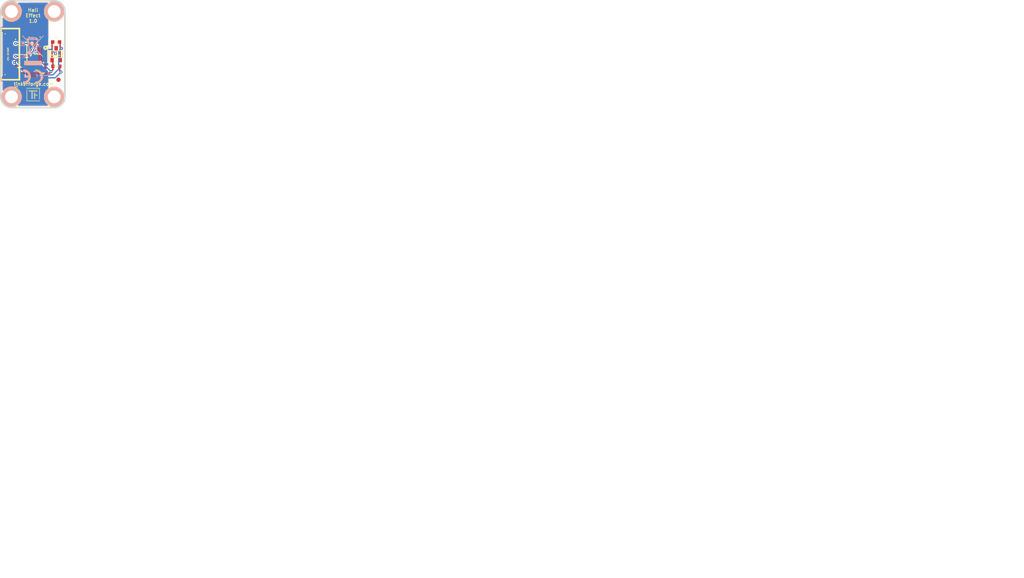
<source format=kicad_pcb>
(kicad_pcb (version 3) (host pcbnew "(2013-05-18 BZR 4017)-stable")
  (title_block (title "Hall Effect Bricklet") (rev 1.0) (company "Tinkerforge GmbH") (comment 1 "Licensed under CERN OHL v.1.1") (comment 2 "Copyright (©) 2013, B.Nordmeyer <bastian@tinkerforge.com>"))
  (layers (15 Vorderseite signal) (0 Rückseite signal hide) (18 B.Paste user) (19 F.Paste user) (20 B.SilkS user) (21 F.SilkS user) (22 B.Mask user) (23 F.Mask user) (28 Edge.Cuts user))
  (net 0 "")
  (net 1 GND)
  (net 2 N-0000010)
  (net 3 N-000002)
  (net 4 N-000003)
  (net 5 N-000008)
  (net 6 VCC)
  (module SOIC8 (layer Vorderseite) (at 51.45 42.3 180)
    (fp_text reference U1 (at 3.29946 2.60096 180) (layer F.SilkS) (effects (font (size 0.29972 0.29972) (thickness 0.0762))))
    (fp_text value M24C64 (at 0 0 180) (layer F.SilkS) (effects (font (size 0.29972 0.29972) (thickness 0.0762))))
    (pad 1 smd rect (at -1.90246 2.69748) (size 0.59944 1.5494) (layers Vorderseite F.Paste F.Mask) (net 1 GND))
    (pad 2 smd rect (at -0.63246 2.69748) (size 0.59944 1.5494) (layers Vorderseite F.Paste F.Mask) (net 1 GND))
    (pad 3 smd rect (at 0.63246 2.69748) (size 0.59944 1.5494) (layers Vorderseite F.Paste F.Mask) (net 3 N-000002))
    (pad 4 smd rect (at 1.90246 2.69748) (size 0.59944 1.5494) (layers Vorderseite F.Paste F.Mask) (net 1 GND))
    (pad 5 smd rect (at 1.90246 -2.69748 180) (size 0.59944 1.5494) (layers Vorderseite F.Paste F.Mask) (net 2 N-0000010))
    (pad 6 smd rect (at 0.63246 -2.69748 180) (size 0.59944 1.5494) (layers Vorderseite F.Paste F.Mask) (net 4 N-000003))
    (pad 7 smd rect (at -0.63246 -2.69748 180) (size 0.59944 1.5494) (layers Vorderseite F.Paste F.Mask))
    (pad 8 smd rect (at -1.90246 -2.69748 180) (size 0.59944 1.5494) (layers Vorderseite F.Paste F.Mask) (net 6 VCC))
  )
  (module DRILL_NP (layer Vorderseite) (at 55.4 32.3)
    (fp_text reference U3 hide)
    (fp_text value DRILL hide)
    (pad "" thru_hole circle (at 0 0) (size 2.99974 2.99974) (drill 2.99974) (layers *.Cu *.SilkS *.Mask) (clearance 0.89916))
  )
  (module DRILL_NP (layer Vorderseite) (at 45.4 52.3)
    (fp_text reference U4 hide)
    (fp_text value DRILL hide)
    (pad "" thru_hole circle (at 0 0) (size 2.99974 2.99974) (drill 2.99974) (layers *.Cu *.SilkS *.Mask) (clearance 0.89916))
  )
  (module CON-SENSOR (layer Vorderseite) (at 43 42.3 270)
    (fp_text reference P1 (at 7.9502 -3.50012 270) (layer F.SilkS) (effects (font (size 0.59944 0.59944) (thickness 0.12446))))
    (fp_text value CON-SENSOR (at 0 -1.6002 270) (layer F.SilkS) (effects (font (size 0.29972 0.29972) (thickness 0.07112))))
    (pad 1 smd rect (at -4.50088 -4.7752 270) (size 0.59944 1.5494) (layers Vorderseite F.Paste F.Mask))
    (pad 2 smd rect (at -3.50012 -4.7752 270) (size 0.59944 1.5494) (layers Vorderseite F.Paste F.Mask) (net 1 GND))
    (pad 3 smd rect (at -2.49936 -4.7752 270) (size 0.59944 1.5494) (layers Vorderseite F.Paste F.Mask) (net 6 VCC))
    (pad 4 smd rect (at -1.50114 -4.7752 270) (size 0.59944 1.5494) (layers Vorderseite F.Paste F.Mask) (net 4 N-000003))
    (pad 5 smd rect (at -0.50038 -4.7752 270) (size 0.59944 1.5494) (layers Vorderseite F.Paste F.Mask) (net 2 N-0000010))
    (pad 6 smd rect (at 0.50038 -4.7752 270) (size 0.59944 1.5494) (layers Vorderseite F.Paste F.Mask) (net 3 N-000002))
    (pad 7 smd rect (at 1.50114 -4.7752 270) (size 0.59944 1.5494) (layers Vorderseite F.Paste F.Mask) (net 5 N-000008))
    (pad 8 smd rect (at 2.49936 -4.7752 270) (size 0.59944 1.5494) (layers Vorderseite F.Paste F.Mask))
    (pad 9 smd rect (at 3.50012 -4.7752 270) (size 0.59944 1.5494) (layers Vorderseite F.Paste F.Mask))
    (pad 10 smd rect (at 4.50088 -4.7752 270) (size 0.59944 1.5494) (layers Vorderseite F.Paste F.Mask))
    (pad EP smd rect (at -5.79882 -0.89916 270) (size 1.19888 1.80086) (layers Vorderseite F.Paste F.Mask) (net 1 GND))
    (pad EP smd rect (at 5.79882 -0.89916 270) (size 1.19888 1.80086) (layers Vorderseite F.Paste F.Mask) (net 1 GND))
  )
  (module 0603 (layer Vorderseite) (at 55.85 39.45)
    (fp_text reference R1 (at 0 -1.00076) (layer F.SilkS) (effects (font (size 0.29972 0.29972) (thickness 0.0762))))
    (fp_text value 10k (at 0 0) (layer F.SilkS) (effects (font (size 0.29972 0.29972) (thickness 0.0762))))
    (pad 1 smd rect (at -0.8001 0) (size 0.8001 0.8001) (layers Vorderseite F.Paste F.Mask) (net 6 VCC))
    (pad 2 smd rect (at 0.8001 0) (size 0.8001 0.8001) (layers Vorderseite F.Paste F.Mask) (net 5 N-000008))
  )
  (module 0603 (layer Vorderseite) (at 52.6 46.75 180)
    (fp_text reference C1 (at 0 -1.00076 180) (layer F.SilkS) (effects (font (size 0.29972 0.29972) (thickness 0.0762))))
    (fp_text value 100nF (at 0 0 180) (layer F.SilkS) (effects (font (size 0.29972 0.29972) (thickness 0.0762))))
    (pad 1 smd rect (at -0.8001 0 180) (size 0.8001 0.8001) (layers Vorderseite F.Paste F.Mask) (net 6 VCC))
    (pad 2 smd rect (at 0.8001 0 180) (size 0.8001 0.8001) (layers Vorderseite F.Paste F.Mask) (net 1 GND))
  )
  (module DRILL_NP (layer Vorderseite) (at 45.4 32.3)
    (fp_text reference U5 hide)
    (fp_text value DRILL hide)
    (pad "" thru_hole circle (at 0 0) (size 2.99974 2.99974) (drill 2.99974) (layers *.Cu *.SilkS *.Mask) (clearance 0.89916))
  )
  (module Logo_31x31 (layer Vorderseite) (at 48.9 50.2)
    (fp_text reference G*** hide)
    (fp_text value Logo_31x31 hide)
  )
  (module DRILL_NP (layer Vorderseite) (at 55.4 52.3)
    (fp_text reference U6 hide)
    (fp_text value DRILL hide)
    (pad "" thru_hole circle (at 0 0) (size 2.99974 2.99974) (drill 2.99974) (layers *.Cu *.SilkS *.Mask) (clearance 0.89916))
  )
  (module 0603 (layer Vorderseite) (at 55.9 45.15)
    (fp_text reference C2 (at 0 -1.00076) (layer F.SilkS) (effects (font (size 0.29972 0.29972) (thickness 0.0762))))
    (fp_text value 100nF (at 0 0) (layer F.SilkS) (effects (font (size 0.29972 0.29972) (thickness 0.0762))))
    (pad 1 smd rect (at -0.8001 0) (size 0.8001 0.8001) (layers Vorderseite F.Paste F.Mask) (net 6 VCC))
    (pad 2 smd rect (at 0.8001 0) (size 0.8001 0.8001) (layers Vorderseite F.Paste F.Mask) (net 1 GND))
  )
  (module WEEE_7mm (layer Rückseite) (at 50.4 41.4)
    (fp_text reference VAL hide)
    (fp_text value WEEE_7mm hide)
  )
  (module CE_5mm (layer Rückseite) (at 50.4 47.55 180)
    (fp_text reference VAL hide)
    (fp_text value CE_5mm hide)
  )
  (module Fiducial_Mark (layer Vorderseite) (at 56.4 48.3)
    (fp_text reference Fiducial_Mark hide)
    (fp_text value VAL** hide)
    (pad 1 smd circle (at 0 0) (size 1.00076 1.00076) (layers Vorderseite F.Mask) (clearance 0.65024))
  )
  (module Fiducial_Mark (layer Vorderseite) (at 48.9 31.3)
    (fp_text reference Fiducial_Mark hide)
    (fp_text value VAL** hide)
    (pad 1 smd circle (at 0 0) (size 1.00076 1.00076) (layers Vorderseite F.Mask) (clearance 0.65024))
  )
  (module SC59 (layer Vorderseite) (at 55.85 42.3)
    (fp_text reference U2 (at 0 -0.4) (layer F.SilkS) (effects (font (size 0.3 0.3) (thickness 0.075))))
    (fp_text value AH180N-W (at 0.4 0.3) (layer F.SilkS) (effects (font (size 0.3 0.3) (thickness 0.075))))
    (pad 1 smd rect (at -0.95 1.3) (size 0.8 1.2) (layers Vorderseite F.Paste F.Mask) (net 6 VCC))
    (pad 3 smd rect (at 0.95 1.3) (size 0.8 1.2) (layers Vorderseite F.Paste F.Mask) (net 5 N-000008))
    (pad 2 smd rect (at 0 -1.3) (size 0.8 1.2) (layers Vorderseite F.Paste F.Mask) (net 1 GND))
  )
  (gr_line (start 57.9 52.3) (end 57.9 32.3) (angle 90) (layer Edge.Cuts) (width 0.381))
  (gr_arc (start 55.4 52.3) (end 57.9 52.3) (angle 90) (layer Edge.Cuts) (width 0.381))
  (gr_arc (start 55.4 32.3) (end 55.4 29.8) (angle 90) (layer Edge.Cuts) (width 0.381))
  (gr_text "Hall\nEffect\n1.0" (at 50.45 33.25) (layer F.SilkS) (effects (font (size 0.8 0.8))))
  (gr_text tinkerforge.com (at 50.6 49.3) (layer F.SilkS) (effects (font (size 0.8 0.8))))
  (gr_line (start 45.4 29.8) (end 55.5 29.8) (angle 90) (layer Edge.Cuts) (width 0.381))
  (gr_line (start 45.4 54.8) (end 55.5 54.8) (angle 90) (layer Edge.Cuts) (width 0.381))
  (gr_line (start 42.9 32.3) (end 42.9 52.3) (angle 90) (layer Edge.Cuts) (width 0.381))
  (gr_arc (start 45.4 32.3) (end 42.9 32.3) (angle 90) (layer Edge.Cuts) (width 0.381))
  (gr_arc (start 45.4 52.3) (end 45.4 54.8) (angle 90) (layer Edge.Cuts) (width 0.381))
  (segment (start 56.7001 45.15) (end 56.7001 46.2001) (width 0.29972) (layer Vorderseite) (net 1))
  (segment (start 44.65 47.85) (end 43.9 47.1) (width 0.29972) (layer Rückseite) (net 1))
  (segment (start 55.65 47.85) (end 44.65 47.85) (width 0.29972) (layer Rückseite) (net 1))
  (segment (start 57 46.5) (end 55.65 47.85) (width 0.29972) (layer Rückseite) (net 1))
  (via (at 57 46.5) (size 0.70104) (layers Vorderseite Rückseite) (net 1))
  (segment (start 56.7001 46.2001) (end 57 46.5) (width 0.29972) (layer Vorderseite) (net 1))
  (segment (start 46.35 38.8) (end 45.15 38.8) (width 0.29972) (layer Vorderseite) (net 1))
  (segment (start 45.15 38.8) (end 43.9 37.55) (width 0.29972) (layer Vorderseite) (net 1))
  (segment (start 53.35 41.2) (end 53.35 39.5) (width 0.29972) (layer Rückseite) (net 1))
  (segment (start 53.35 39.5) (end 52.1 38.25) (width 0.29972) (layer Rückseite) (net 1))
  (segment (start 52.08246 39.60252) (end 52.08246 38.26754) (width 0.29972) (layer Vorderseite) (net 1))
  (segment (start 52.08246 38.26754) (end 52.1 38.25) (width 0.29972) (layer Vorderseite) (net 1))
  (via (at 52.1 38.25) (size 0.70104) (layers Vorderseite Rückseite) (net 1))
  (segment (start 52.05 38.3) (end 49.55 38.3) (width 0.29972) (layer Rückseite) (net 1))
  (segment (start 52.1 38.25) (end 52.05 38.3) (width 0.29972) (layer Rückseite) (net 1))
  (segment (start 46.35012 38.79988) (end 47.7752 38.79988) (width 0.29972) (layer Vorderseite) (net 1))
  (via (at 49.55 38.3) (size 0.70104) (layers Vorderseite Rückseite) (net 1))
  (segment (start 49.55 38.3) (end 49.05 38.8) (width 0.29972) (layer Rückseite) (net 1))
  (segment (start 49.05 38.8) (end 46.35 38.8) (width 0.29972) (layer Rückseite) (net 1))
  (via (at 46.35 38.8) (size 0.70104) (layers Vorderseite Rückseite) (net 1))
  (segment (start 46.35 38.8) (end 46.35012 38.79988) (width 0.29972) (layer Vorderseite) (net 1))
  (segment (start 49.54754 39.60252) (end 49.54754 38.30246) (width 0.29972) (layer Vorderseite) (net 1))
  (segment (start 49.54754 38.30246) (end 49.55 38.3) (width 0.29972) (layer Vorderseite) (net 1))
  (segment (start 43.9 47.1) (end 43.9 37.55) (width 0.29972) (layer Rückseite) (net 1))
  (via (at 43.9 37.55) (size 0.70104) (layers Vorderseite Rückseite) (net 1))
  (segment (start 43.89916 48.09882) (end 43.89916 47.10084) (width 0.29972) (layer Vorderseite) (net 1))
  (via (at 43.9 47.1) (size 0.70104) (layers Vorderseite Rückseite) (net 1))
  (segment (start 43.89916 47.10084) (end 43.9 47.1) (width 0.29972) (layer Vorderseite) (net 1))
  (segment (start 43.89916 37.54916) (end 43.89916 36.50118) (width 0.29972) (layer Vorderseite) (net 1))
  (segment (start 43.9 37.55) (end 43.89916 37.54916) (width 0.29972) (layer Vorderseite) (net 1))
  (segment (start 51.7999 46.75) (end 51.15 46.75) (width 0.29972) (layer Vorderseite) (net 1))
  (segment (start 52.35 41.2) (end 53.35 41.2) (width 0.29972) (layer Vorderseite) (net 1))
  (segment (start 51.4 42.15) (end 52.35 41.2) (width 0.29972) (layer Vorderseite) (net 1))
  (via (at 51.4 42.15) (size 0.70104) (layers Vorderseite Rückseite) (net 1))
  (segment (start 51.4 45.7) (end 51.4 42.15) (width 0.29972) (layer Rückseite) (net 1))
  (segment (start 50.75 46.35) (end 51.4 45.7) (width 0.29972) (layer Rückseite) (net 1))
  (via (at 50.75 46.35) (size 0.70104) (layers Vorderseite Rückseite) (net 1))
  (segment (start 51.15 46.75) (end 50.75 46.35) (width 0.29972) (layer Vorderseite) (net 1))
  (segment (start 55.85 41) (end 55.85 42.05) (width 0.29972) (layer Vorderseite) (net 1))
  (segment (start 53.35246 41.19754) (end 53.35246 39.60252) (width 0.29972) (layer Vorderseite) (net 1))
  (segment (start 53.35 41.2) (end 53.35246 41.19754) (width 0.29972) (layer Vorderseite) (net 1))
  (via (at 53.35 41.2) (size 0.70104) (layers Vorderseite Rückseite) (net 1))
  (segment (start 54.7 41.2) (end 53.35 41.2) (width 0.29972) (layer Rückseite) (net 1))
  (segment (start 55.7 42.2) (end 54.7 41.2) (width 0.29972) (layer Rückseite) (net 1))
  (via (at 55.7 42.2) (size 0.70104) (layers Vorderseite Rückseite) (net 1))
  (segment (start 55.85 42.05) (end 55.7 42.2) (width 0.29972) (layer Vorderseite) (net 1))
  (segment (start 49.54754 44.99748) (end 49.54754 42.59754) (width 0.29972) (layer Vorderseite) (net 2))
  (segment (start 48.74962 41.79962) (end 47.7752 41.79962) (width 0.29972) (layer Vorderseite) (net 2))
  (segment (start 49.54754 42.59754) (end 48.74962 41.79962) (width 0.29972) (layer Vorderseite) (net 2))
  (segment (start 47.7752 42.80038) (end 46.35038 42.80038) (width 0.29972) (layer Vorderseite) (net 3))
  (segment (start 50.81754 41.28246) (end 50.81754 39.60252) (width 0.29972) (layer Vorderseite) (net 3))
  (segment (start 50.8 41.3) (end 50.81754 41.28246) (width 0.29972) (layer Vorderseite) (net 3))
  (via (at 50.8 41.3) (size 0.70104) (layers Vorderseite Rückseite) (net 3))
  (segment (start 49.35 42.75) (end 50.8 41.3) (width 0.29972) (layer Rückseite) (net 3))
  (segment (start 46.4 42.75) (end 49.35 42.75) (width 0.29972) (layer Rückseite) (net 3))
  (segment (start 46.35 42.8) (end 46.4 42.75) (width 0.29972) (layer Rückseite) (net 3))
  (via (at 46.35 42.8) (size 0.70104) (layers Vorderseite Rückseite) (net 3))
  (segment (start 46.35038 42.80038) (end 46.35 42.8) (width 0.29972) (layer Vorderseite) (net 3))
  (segment (start 47.7752 40.79886) (end 48.79886 40.79886) (width 0.29972) (layer Vorderseite) (net 4))
  (segment (start 50.81754 42.81754) (end 50.81754 44.99748) (width 0.29972) (layer Vorderseite) (net 4))
  (segment (start 48.79886 40.79886) (end 50.81754 42.81754) (width 0.29972) (layer Vorderseite) (net 4))
  (segment (start 47.7752 43.80114) (end 46.54886 43.80114) (width 0.29972) (layer Vorderseite) (net 5))
  (segment (start 57.1 40.95) (end 56.8 40.95) (width 0.29972) (layer Vorderseite) (net 5))
  (via (at 57.1 40.95) (size 0.70104) (layers Vorderseite Rückseite) (net 5))
  (segment (start 56.45 41.6) (end 57.1 40.95) (width 0.29972) (layer Rückseite) (net 5))
  (segment (start 56.45 45.8) (end 56.45 41.6) (width 0.29972) (layer Rückseite) (net 5))
  (segment (start 55.1 47.15) (end 56.45 45.8) (width 0.29972) (layer Rückseite) (net 5))
  (segment (start 49 47.15) (end 55.1 47.15) (width 0.29972) (layer Rückseite) (net 5))
  (segment (start 46.1 44.25) (end 49 47.15) (width 0.29972) (layer Rückseite) (net 5))
  (via (at 46.1 44.25) (size 0.70104) (layers Vorderseite Rückseite) (net 5))
  (segment (start 46.54886 43.80114) (end 46.1 44.25) (width 0.29972) (layer Vorderseite) (net 5))
  (segment (start 56.8 40.95) (end 56.9 40.95) (width 0.29972) (layer Vorderseite) (net 5))
  (segment (start 56.9 40.95) (end 56.8 40.95) (width 0.29972) (layer Vorderseite) (net 5))
  (segment (start 56.8 43.6) (end 56.8 40.95) (width 0.29972) (layer Vorderseite) (net 5))
  (segment (start 56.8 40.95) (end 56.8 39.5999) (width 0.29972) (layer Vorderseite) (net 5))
  (segment (start 56.8 39.5999) (end 56.6501 39.45) (width 0.29972) (layer Vorderseite) (net 5))
  (segment (start 53.4001 46.75) (end 54.3 46.75) (width 0.29972) (layer Vorderseite) (net 6))
  (segment (start 54.3 46.75) (end 54.65 46.4) (width 0.29972) (layer Vorderseite) (net 6))
  (segment (start 54.9 43.6) (end 54.9 39.5999) (width 0.29972) (layer Vorderseite) (net 6))
  (segment (start 54.9 39.5999) (end 55.0499 39.45) (width 0.29972) (layer Vorderseite) (net 6))
  (segment (start 55.0999 45.15) (end 55.0999 45.9501) (width 0.29972) (layer Vorderseite) (net 6))
  (segment (start 55.0999 45.9501) (end 54.65 46.4) (width 0.29972) (layer Vorderseite) (net 6))
  (segment (start 46.35064 39.80064) (end 47.7752 39.80064) (width 0.29972) (layer Vorderseite) (net 6))
  (via (at 54.65 46.4) (size 0.70104) (layers Vorderseite Rückseite) (net 6))
  (segment (start 54.65 46.4) (end 52.15 43.9) (width 0.29972) (layer Rückseite) (net 6))
  (segment (start 52.15 43.9) (end 52.15 41) (width 0.29972) (layer Rückseite) (net 6))
  (segment (start 52.15 41) (end 50.95 39.8) (width 0.29972) (layer Rückseite) (net 6))
  (segment (start 50.95 39.8) (end 46.35 39.8) (width 0.29972) (layer Rückseite) (net 6))
  (via (at 46.35 39.8) (size 0.70104) (layers Vorderseite Rückseite) (net 6))
  (segment (start 46.35 39.8) (end 46.35064 39.80064) (width 0.29972) (layer Vorderseite) (net 6))
  (segment (start 55.0999 45.15) (end 55.0999 43.7999) (width 0.29972) (layer Vorderseite) (net 6))
  (segment (start 55.0999 43.7999) (end 54.9 43.6) (width 0.29972) (layer Vorderseite) (net 6))
  (segment (start 53.35246 44.99748) (end 53.35246 46.70236) (width 0.29972) (layer Vorderseite) (net 6))
  (segment (start 53.35246 46.70236) (end 53.4001 46.75) (width 0.29972) (layer Vorderseite) (net 6))
  (zone (net 1) (net_name GND) (layer Vorderseite) (connect_pads (clearance 0.24892)) (min_thickness 0.24892) (fill (arc_segments 16) (thermal_gap 0.29972) (thermal_bridge_width 0.29972))
    (polygon (pts (xy 42.9 29.8) (xy 54 29.8) (xy 54 54.8) (xy 42.9 54.8)))
  )
  (zone (net 1) (net_name GND) (layer Rückseite) (connect_pads (clearance 0.24892)) (min_thickness 0.24892) (fill (arc_segments 16) (thermal_gap 0.29972) (thermal_bridge_width 0.29972))
    (polygon (pts (xy 42.9 54.8) (xy 42.9 29.8) (xy 54 29.8) (xy 54 54.8)))
  )
)
</source>
